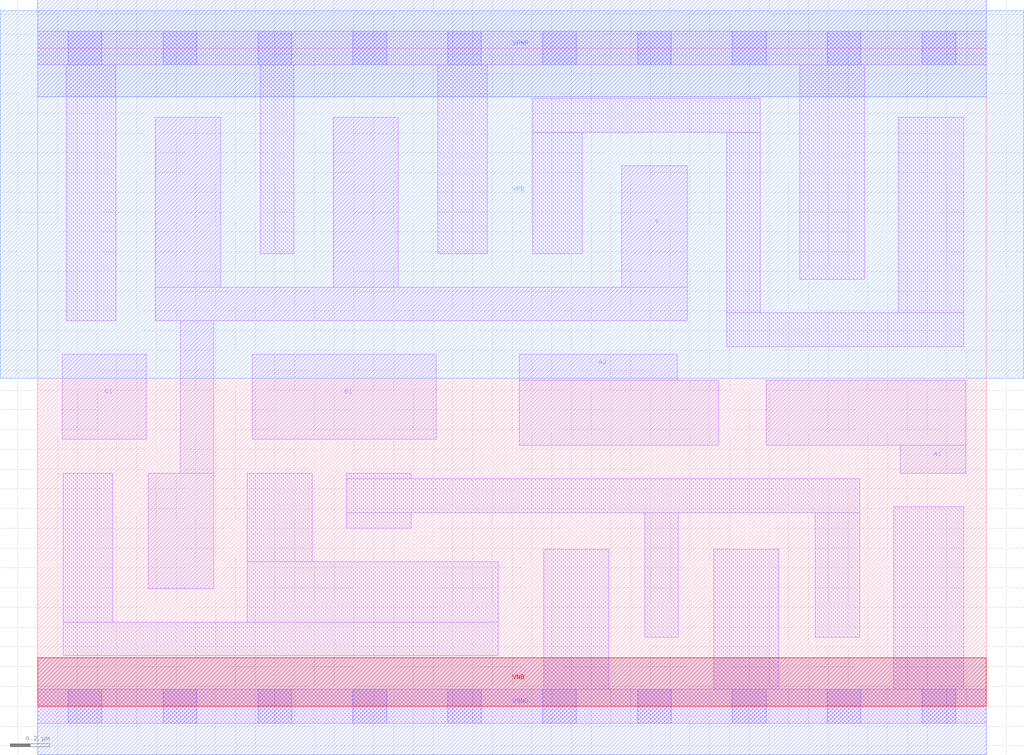
<source format=lef>
# Copyright 2020 The SkyWater PDK Authors
#
# Licensed under the Apache License, Version 2.0 (the "License");
# you may not use this file except in compliance with the License.
# You may obtain a copy of the License at
#
#     https://www.apache.org/licenses/LICENSE-2.0
#
# Unless required by applicable law or agreed to in writing, software
# distributed under the License is distributed on an "AS IS" BASIS,
# WITHOUT WARRANTIES OR CONDITIONS OF ANY KIND, either express or implied.
# See the License for the specific language governing permissions and
# limitations under the License.
#
# SPDX-License-Identifier: Apache-2.0

VERSION 5.7 ;
  NOWIREEXTENSIONATPIN ON ;
  DIVIDERCHAR "/" ;
  BUSBITCHARS "[]" ;
MACRO sky130_fd_sc_ms__o211ai_2
  CLASS CORE ;
  FOREIGN sky130_fd_sc_ms__o211ai_2 ;
  ORIGIN  0.000000  0.000000 ;
  SIZE  4.800000 BY  3.330000 ;
  SYMMETRY X Y ;
  SITE unit ;
  PIN A1
    ANTENNAGATEAREA  0.625200 ;
    DIRECTION INPUT ;
    USE SIGNAL ;
    PORT
      LAYER li1 ;
        RECT 3.685000 1.320000 4.695000 1.650000 ;
        RECT 4.365000 1.180000 4.695000 1.320000 ;
    END
  END A1
  PIN A2
    ANTENNAGATEAREA  0.625200 ;
    DIRECTION INPUT ;
    USE SIGNAL ;
    PORT
      LAYER li1 ;
        RECT 2.435000 1.320000 3.445000 1.650000 ;
        RECT 2.435000 1.650000 3.235000 1.780000 ;
    END
  END A2
  PIN B1
    ANTENNAGATEAREA  0.625200 ;
    DIRECTION INPUT ;
    USE SIGNAL ;
    PORT
      LAYER li1 ;
        RECT 1.085000 1.350000 2.015000 1.780000 ;
    END
  END B1
  PIN C1
    ANTENNAGATEAREA  0.625200 ;
    DIRECTION INPUT ;
    USE SIGNAL ;
    PORT
      LAYER li1 ;
        RECT 0.125000 1.350000 0.550000 1.780000 ;
    END
  END C1
  PIN Y
    ANTENNADIFFAREA  1.114400 ;
    DIRECTION OUTPUT ;
    USE SIGNAL ;
    PORT
      LAYER li1 ;
        RECT 0.560000 0.595000 0.890000 1.180000 ;
        RECT 0.595000 1.950000 3.285000 2.120000 ;
        RECT 0.595000 2.120000 0.925000 2.980000 ;
        RECT 0.720000 1.180000 0.890000 1.950000 ;
        RECT 1.495000 2.120000 1.825000 2.980000 ;
        RECT 2.955000 2.120000 3.285000 2.735000 ;
    END
  END Y
  PIN VGND
    DIRECTION INOUT ;
    USE GROUND ;
    PORT
      LAYER met1 ;
        RECT 0.000000 -0.245000 4.800000 0.245000 ;
    END
  END VGND
  PIN VNB
    DIRECTION INOUT ;
    USE GROUND ;
    PORT
      LAYER pwell ;
        RECT 0.000000 0.000000 4.800000 0.245000 ;
    END
  END VNB
  PIN VPB
    DIRECTION INOUT ;
    USE POWER ;
    PORT
      LAYER nwell ;
        RECT -0.190000 1.660000 4.990000 3.520000 ;
    END
  END VPB
  PIN VPWR
    DIRECTION INOUT ;
    USE POWER ;
    PORT
      LAYER met1 ;
        RECT 0.000000 3.085000 4.800000 3.575000 ;
    END
  END VPWR
  OBS
    LAYER li1 ;
      RECT 0.000000 -0.085000 4.800000 0.085000 ;
      RECT 0.000000  3.245000 4.800000 3.415000 ;
      RECT 0.130000  0.255000 2.330000 0.425000 ;
      RECT 0.130000  0.425000 0.380000 1.180000 ;
      RECT 0.145000  1.950000 0.395000 3.245000 ;
      RECT 1.060000  0.425000 2.330000 0.730000 ;
      RECT 1.060000  0.730000 1.390000 1.180000 ;
      RECT 1.125000  2.290000 1.295000 3.245000 ;
      RECT 1.560000  0.900000 1.890000 0.980000 ;
      RECT 1.560000  0.980000 4.160000 1.150000 ;
      RECT 1.560000  1.150000 1.890000 1.180000 ;
      RECT 2.025000  2.290000 2.275000 3.245000 ;
      RECT 2.505000  2.290000 2.755000 2.905000 ;
      RECT 2.505000  2.905000 3.655000 3.075000 ;
      RECT 2.560000  0.085000 2.890000 0.795000 ;
      RECT 3.070000  0.350000 3.240000 0.980000 ;
      RECT 3.420000  0.085000 3.750000 0.795000 ;
      RECT 3.485000  1.820000 4.685000 1.990000 ;
      RECT 3.485000  1.990000 3.655000 2.905000 ;
      RECT 3.855000  2.160000 4.185000 3.245000 ;
      RECT 3.935000  0.350000 4.160000 0.980000 ;
      RECT 4.330000  0.085000 4.685000 1.010000 ;
      RECT 4.355000  1.990000 4.685000 2.980000 ;
    LAYER mcon ;
      RECT 0.155000 -0.085000 0.325000 0.085000 ;
      RECT 0.155000  3.245000 0.325000 3.415000 ;
      RECT 0.635000 -0.085000 0.805000 0.085000 ;
      RECT 0.635000  3.245000 0.805000 3.415000 ;
      RECT 1.115000 -0.085000 1.285000 0.085000 ;
      RECT 1.115000  3.245000 1.285000 3.415000 ;
      RECT 1.595000 -0.085000 1.765000 0.085000 ;
      RECT 1.595000  3.245000 1.765000 3.415000 ;
      RECT 2.075000 -0.085000 2.245000 0.085000 ;
      RECT 2.075000  3.245000 2.245000 3.415000 ;
      RECT 2.555000 -0.085000 2.725000 0.085000 ;
      RECT 2.555000  3.245000 2.725000 3.415000 ;
      RECT 3.035000 -0.085000 3.205000 0.085000 ;
      RECT 3.035000  3.245000 3.205000 3.415000 ;
      RECT 3.515000 -0.085000 3.685000 0.085000 ;
      RECT 3.515000  3.245000 3.685000 3.415000 ;
      RECT 3.995000 -0.085000 4.165000 0.085000 ;
      RECT 3.995000  3.245000 4.165000 3.415000 ;
      RECT 4.475000 -0.085000 4.645000 0.085000 ;
      RECT 4.475000  3.245000 4.645000 3.415000 ;
  END
END sky130_fd_sc_ms__o211ai_2
END LIBRARY

</source>
